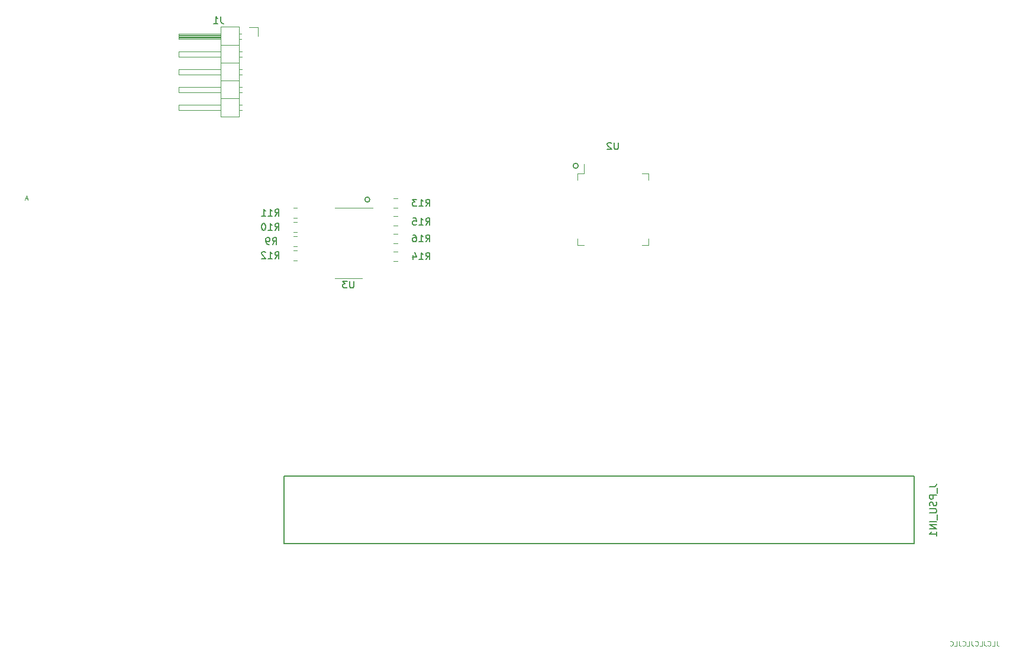
<source format=gbr>
G04 #@! TF.GenerationSoftware,KiCad,Pcbnew,5.1.6-c6e7f7d~86~ubuntu18.04.1*
G04 #@! TF.CreationDate,2020-07-20T00:11:47+01:00*
G04 #@! TF.ProjectId,ServerPSU_Breakout,53657276-6572-4505-9355-5f427265616b,rev?*
G04 #@! TF.SameCoordinates,Original*
G04 #@! TF.FileFunction,Legend,Bot*
G04 #@! TF.FilePolarity,Positive*
%FSLAX46Y46*%
G04 Gerber Fmt 4.6, Leading zero omitted, Abs format (unit mm)*
G04 Created by KiCad (PCBNEW 5.1.6-c6e7f7d~86~ubuntu18.04.1) date 2020-07-20 00:11:47*
%MOMM*%
%LPD*%
G01*
G04 APERTURE LIST*
%ADD10C,0.100000*%
%ADD11C,0.150000*%
%ADD12C,0.120000*%
G04 APERTURE END LIST*
D10*
X218752333Y-136014666D02*
X218752333Y-136514666D01*
X218785666Y-136614666D01*
X218852333Y-136681333D01*
X218952333Y-136714666D01*
X219019000Y-136714666D01*
X218085666Y-136714666D02*
X218419000Y-136714666D01*
X218419000Y-136014666D01*
X217452333Y-136648000D02*
X217485666Y-136681333D01*
X217585666Y-136714666D01*
X217652333Y-136714666D01*
X217752333Y-136681333D01*
X217819000Y-136614666D01*
X217852333Y-136548000D01*
X217885666Y-136414666D01*
X217885666Y-136314666D01*
X217852333Y-136181333D01*
X217819000Y-136114666D01*
X217752333Y-136048000D01*
X217652333Y-136014666D01*
X217585666Y-136014666D01*
X217485666Y-136048000D01*
X217452333Y-136081333D01*
X216952333Y-136014666D02*
X216952333Y-136514666D01*
X216985666Y-136614666D01*
X217052333Y-136681333D01*
X217152333Y-136714666D01*
X217219000Y-136714666D01*
X216285666Y-136714666D02*
X216619000Y-136714666D01*
X216619000Y-136014666D01*
X215652333Y-136648000D02*
X215685666Y-136681333D01*
X215785666Y-136714666D01*
X215852333Y-136714666D01*
X215952333Y-136681333D01*
X216019000Y-136614666D01*
X216052333Y-136548000D01*
X216085666Y-136414666D01*
X216085666Y-136314666D01*
X216052333Y-136181333D01*
X216019000Y-136114666D01*
X215952333Y-136048000D01*
X215852333Y-136014666D01*
X215785666Y-136014666D01*
X215685666Y-136048000D01*
X215652333Y-136081333D01*
X215152333Y-136014666D02*
X215152333Y-136514666D01*
X215185666Y-136614666D01*
X215252333Y-136681333D01*
X215352333Y-136714666D01*
X215419000Y-136714666D01*
X214485666Y-136714666D02*
X214819000Y-136714666D01*
X214819000Y-136014666D01*
X213852333Y-136648000D02*
X213885666Y-136681333D01*
X213985666Y-136714666D01*
X214052333Y-136714666D01*
X214152333Y-136681333D01*
X214219000Y-136614666D01*
X214252333Y-136548000D01*
X214285666Y-136414666D01*
X214285666Y-136314666D01*
X214252333Y-136181333D01*
X214219000Y-136114666D01*
X214152333Y-136048000D01*
X214052333Y-136014666D01*
X213985666Y-136014666D01*
X213885666Y-136048000D01*
X213852333Y-136081333D01*
X213352333Y-136014666D02*
X213352333Y-136514666D01*
X213385666Y-136614666D01*
X213452333Y-136681333D01*
X213552333Y-136714666D01*
X213619000Y-136714666D01*
X212685666Y-136714666D02*
X213019000Y-136714666D01*
X213019000Y-136014666D01*
X212052333Y-136648000D02*
X212085666Y-136681333D01*
X212185666Y-136714666D01*
X212252333Y-136714666D01*
X212352333Y-136681333D01*
X212419000Y-136614666D01*
X212452333Y-136548000D01*
X212485666Y-136414666D01*
X212485666Y-136314666D01*
X212452333Y-136181333D01*
X212419000Y-136114666D01*
X212352333Y-136048000D01*
X212252333Y-136014666D01*
X212185666Y-136014666D01*
X212085666Y-136048000D01*
X212052333Y-136081333D01*
D11*
X129032000Y-72898000D02*
G75*
G03*
X129032000Y-72898000I-359210J0D01*
G01*
X158855210Y-68072000D02*
G75*
G03*
X158855210Y-68072000I-359210J0D01*
G01*
D10*
X80049666Y-72760666D02*
X79716333Y-72760666D01*
X80116333Y-72960666D02*
X79883000Y-72260666D01*
X79649666Y-72960666D01*
D12*
X125984000Y-74061000D02*
X129434000Y-74061000D01*
X125984000Y-74061000D02*
X124034000Y-74061000D01*
X125984000Y-84181000D02*
X127934000Y-84181000D01*
X125984000Y-84181000D02*
X124034000Y-84181000D01*
X132453748Y-77776000D02*
X132976252Y-77776000D01*
X132453748Y-79196000D02*
X132976252Y-79196000D01*
X132453748Y-75236000D02*
X132976252Y-75236000D01*
X132453748Y-76656000D02*
X132976252Y-76656000D01*
X132453748Y-80316000D02*
X132976252Y-80316000D01*
X132453748Y-81736000D02*
X132976252Y-81736000D01*
X132453748Y-72696000D02*
X132976252Y-72696000D01*
X132453748Y-74116000D02*
X132976252Y-74116000D01*
X118625252Y-81609000D02*
X118102748Y-81609000D01*
X118625252Y-80189000D02*
X118102748Y-80189000D01*
X118625252Y-75513000D02*
X118102748Y-75513000D01*
X118625252Y-74093000D02*
X118102748Y-74093000D01*
X118625252Y-77545000D02*
X118102748Y-77545000D01*
X118625252Y-76125000D02*
X118102748Y-76125000D01*
X118625252Y-79577000D02*
X118102748Y-79577000D01*
X118625252Y-78157000D02*
X118102748Y-78157000D01*
X113030000Y-48260000D02*
X111760000Y-48260000D01*
X113030000Y-49530000D02*
X113030000Y-48260000D01*
X110717071Y-60070000D02*
X110320000Y-60070000D01*
X110717071Y-59310000D02*
X110320000Y-59310000D01*
X101660000Y-60070000D02*
X107660000Y-60070000D01*
X101660000Y-59310000D02*
X101660000Y-60070000D01*
X107660000Y-59310000D02*
X101660000Y-59310000D01*
X110320000Y-58420000D02*
X107660000Y-58420000D01*
X110717071Y-57530000D02*
X110320000Y-57530000D01*
X110717071Y-56770000D02*
X110320000Y-56770000D01*
X101660000Y-57530000D02*
X107660000Y-57530000D01*
X101660000Y-56770000D02*
X101660000Y-57530000D01*
X107660000Y-56770000D02*
X101660000Y-56770000D01*
X110320000Y-55880000D02*
X107660000Y-55880000D01*
X110717071Y-54990000D02*
X110320000Y-54990000D01*
X110717071Y-54230000D02*
X110320000Y-54230000D01*
X101660000Y-54990000D02*
X107660000Y-54990000D01*
X101660000Y-54230000D02*
X101660000Y-54990000D01*
X107660000Y-54230000D02*
X101660000Y-54230000D01*
X110320000Y-53340000D02*
X107660000Y-53340000D01*
X110717071Y-52450000D02*
X110320000Y-52450000D01*
X110717071Y-51690000D02*
X110320000Y-51690000D01*
X101660000Y-52450000D02*
X107660000Y-52450000D01*
X101660000Y-51690000D02*
X101660000Y-52450000D01*
X107660000Y-51690000D02*
X101660000Y-51690000D01*
X110320000Y-50800000D02*
X107660000Y-50800000D01*
X110650000Y-49910000D02*
X110320000Y-49910000D01*
X110650000Y-49150000D02*
X110320000Y-49150000D01*
X107660000Y-49810000D02*
X101660000Y-49810000D01*
X107660000Y-49690000D02*
X101660000Y-49690000D01*
X107660000Y-49570000D02*
X101660000Y-49570000D01*
X107660000Y-49450000D02*
X101660000Y-49450000D01*
X107660000Y-49330000D02*
X101660000Y-49330000D01*
X107660000Y-49210000D02*
X101660000Y-49210000D01*
X101660000Y-49910000D02*
X107660000Y-49910000D01*
X101660000Y-49150000D02*
X101660000Y-49910000D01*
X107660000Y-49150000D02*
X101660000Y-49150000D01*
X107660000Y-48200000D02*
X110320000Y-48200000D01*
X107660000Y-61020000D02*
X107660000Y-48200000D01*
X110320000Y-61020000D02*
X107660000Y-61020000D01*
X110320000Y-48200000D02*
X110320000Y-61020000D01*
X159670000Y-69185000D02*
X159670000Y-67845000D01*
X158720000Y-69185000D02*
X159670000Y-69185000D01*
X158720000Y-70135000D02*
X158720000Y-69185000D01*
X158720000Y-79405000D02*
X159670000Y-79405000D01*
X158720000Y-78455000D02*
X158720000Y-79405000D01*
X168940000Y-69185000D02*
X167990000Y-69185000D01*
X168940000Y-70135000D02*
X168940000Y-69185000D01*
X168940000Y-79405000D02*
X167990000Y-79405000D01*
X168940000Y-78455000D02*
X168940000Y-79405000D01*
D11*
X116713000Y-112458500D02*
X206883000Y-112458500D01*
X116713000Y-122110500D02*
X116713000Y-112458500D01*
X206883000Y-122110500D02*
X116713000Y-122110500D01*
X206883000Y-112458500D02*
X206883000Y-122110500D01*
X126745904Y-84542380D02*
X126745904Y-85351904D01*
X126698285Y-85447142D01*
X126650666Y-85494761D01*
X126555428Y-85542380D01*
X126364952Y-85542380D01*
X126269714Y-85494761D01*
X126222095Y-85447142D01*
X126174476Y-85351904D01*
X126174476Y-84542380D01*
X125793523Y-84542380D02*
X125174476Y-84542380D01*
X125507809Y-84923333D01*
X125364952Y-84923333D01*
X125269714Y-84970952D01*
X125222095Y-85018571D01*
X125174476Y-85113809D01*
X125174476Y-85351904D01*
X125222095Y-85447142D01*
X125269714Y-85494761D01*
X125364952Y-85542380D01*
X125650666Y-85542380D01*
X125745904Y-85494761D01*
X125793523Y-85447142D01*
X137040857Y-78938380D02*
X137374190Y-78462190D01*
X137612285Y-78938380D02*
X137612285Y-77938380D01*
X137231333Y-77938380D01*
X137136095Y-77986000D01*
X137088476Y-78033619D01*
X137040857Y-78128857D01*
X137040857Y-78271714D01*
X137088476Y-78366952D01*
X137136095Y-78414571D01*
X137231333Y-78462190D01*
X137612285Y-78462190D01*
X136088476Y-78938380D02*
X136659904Y-78938380D01*
X136374190Y-78938380D02*
X136374190Y-77938380D01*
X136469428Y-78081238D01*
X136564666Y-78176476D01*
X136659904Y-78224095D01*
X135231333Y-77938380D02*
X135421809Y-77938380D01*
X135517047Y-77986000D01*
X135564666Y-78033619D01*
X135659904Y-78176476D01*
X135707523Y-78366952D01*
X135707523Y-78747904D01*
X135659904Y-78843142D01*
X135612285Y-78890761D01*
X135517047Y-78938380D01*
X135326571Y-78938380D01*
X135231333Y-78890761D01*
X135183714Y-78843142D01*
X135136095Y-78747904D01*
X135136095Y-78509809D01*
X135183714Y-78414571D01*
X135231333Y-78366952D01*
X135326571Y-78319333D01*
X135517047Y-78319333D01*
X135612285Y-78366952D01*
X135659904Y-78414571D01*
X135707523Y-78509809D01*
X137040857Y-76525380D02*
X137374190Y-76049190D01*
X137612285Y-76525380D02*
X137612285Y-75525380D01*
X137231333Y-75525380D01*
X137136095Y-75573000D01*
X137088476Y-75620619D01*
X137040857Y-75715857D01*
X137040857Y-75858714D01*
X137088476Y-75953952D01*
X137136095Y-76001571D01*
X137231333Y-76049190D01*
X137612285Y-76049190D01*
X136088476Y-76525380D02*
X136659904Y-76525380D01*
X136374190Y-76525380D02*
X136374190Y-75525380D01*
X136469428Y-75668238D01*
X136564666Y-75763476D01*
X136659904Y-75811095D01*
X135183714Y-75525380D02*
X135659904Y-75525380D01*
X135707523Y-76001571D01*
X135659904Y-75953952D01*
X135564666Y-75906333D01*
X135326571Y-75906333D01*
X135231333Y-75953952D01*
X135183714Y-76001571D01*
X135136095Y-76096809D01*
X135136095Y-76334904D01*
X135183714Y-76430142D01*
X135231333Y-76477761D01*
X135326571Y-76525380D01*
X135564666Y-76525380D01*
X135659904Y-76477761D01*
X135707523Y-76430142D01*
X137040857Y-81478380D02*
X137374190Y-81002190D01*
X137612285Y-81478380D02*
X137612285Y-80478380D01*
X137231333Y-80478380D01*
X137136095Y-80526000D01*
X137088476Y-80573619D01*
X137040857Y-80668857D01*
X137040857Y-80811714D01*
X137088476Y-80906952D01*
X137136095Y-80954571D01*
X137231333Y-81002190D01*
X137612285Y-81002190D01*
X136088476Y-81478380D02*
X136659904Y-81478380D01*
X136374190Y-81478380D02*
X136374190Y-80478380D01*
X136469428Y-80621238D01*
X136564666Y-80716476D01*
X136659904Y-80764095D01*
X135231333Y-80811714D02*
X135231333Y-81478380D01*
X135469428Y-80430761D02*
X135707523Y-81145047D01*
X135088476Y-81145047D01*
X137040857Y-73858380D02*
X137374190Y-73382190D01*
X137612285Y-73858380D02*
X137612285Y-72858380D01*
X137231333Y-72858380D01*
X137136095Y-72906000D01*
X137088476Y-72953619D01*
X137040857Y-73048857D01*
X137040857Y-73191714D01*
X137088476Y-73286952D01*
X137136095Y-73334571D01*
X137231333Y-73382190D01*
X137612285Y-73382190D01*
X136088476Y-73858380D02*
X136659904Y-73858380D01*
X136374190Y-73858380D02*
X136374190Y-72858380D01*
X136469428Y-73001238D01*
X136564666Y-73096476D01*
X136659904Y-73144095D01*
X135755142Y-72858380D02*
X135136095Y-72858380D01*
X135469428Y-73239333D01*
X135326571Y-73239333D01*
X135231333Y-73286952D01*
X135183714Y-73334571D01*
X135136095Y-73429809D01*
X135136095Y-73667904D01*
X135183714Y-73763142D01*
X135231333Y-73810761D01*
X135326571Y-73858380D01*
X135612285Y-73858380D01*
X135707523Y-73810761D01*
X135755142Y-73763142D01*
X115450857Y-81351380D02*
X115784190Y-80875190D01*
X116022285Y-81351380D02*
X116022285Y-80351380D01*
X115641333Y-80351380D01*
X115546095Y-80399000D01*
X115498476Y-80446619D01*
X115450857Y-80541857D01*
X115450857Y-80684714D01*
X115498476Y-80779952D01*
X115546095Y-80827571D01*
X115641333Y-80875190D01*
X116022285Y-80875190D01*
X114498476Y-81351380D02*
X115069904Y-81351380D01*
X114784190Y-81351380D02*
X114784190Y-80351380D01*
X114879428Y-80494238D01*
X114974666Y-80589476D01*
X115069904Y-80637095D01*
X114117523Y-80446619D02*
X114069904Y-80399000D01*
X113974666Y-80351380D01*
X113736571Y-80351380D01*
X113641333Y-80399000D01*
X113593714Y-80446619D01*
X113546095Y-80541857D01*
X113546095Y-80637095D01*
X113593714Y-80779952D01*
X114165142Y-81351380D01*
X113546095Y-81351380D01*
X115450857Y-75255380D02*
X115784190Y-74779190D01*
X116022285Y-75255380D02*
X116022285Y-74255380D01*
X115641333Y-74255380D01*
X115546095Y-74303000D01*
X115498476Y-74350619D01*
X115450857Y-74445857D01*
X115450857Y-74588714D01*
X115498476Y-74683952D01*
X115546095Y-74731571D01*
X115641333Y-74779190D01*
X116022285Y-74779190D01*
X114498476Y-75255380D02*
X115069904Y-75255380D01*
X114784190Y-75255380D02*
X114784190Y-74255380D01*
X114879428Y-74398238D01*
X114974666Y-74493476D01*
X115069904Y-74541095D01*
X113546095Y-75255380D02*
X114117523Y-75255380D01*
X113831809Y-75255380D02*
X113831809Y-74255380D01*
X113927047Y-74398238D01*
X114022285Y-74493476D01*
X114117523Y-74541095D01*
X115450857Y-77287380D02*
X115784190Y-76811190D01*
X116022285Y-77287380D02*
X116022285Y-76287380D01*
X115641333Y-76287380D01*
X115546095Y-76335000D01*
X115498476Y-76382619D01*
X115450857Y-76477857D01*
X115450857Y-76620714D01*
X115498476Y-76715952D01*
X115546095Y-76763571D01*
X115641333Y-76811190D01*
X116022285Y-76811190D01*
X114498476Y-77287380D02*
X115069904Y-77287380D01*
X114784190Y-77287380D02*
X114784190Y-76287380D01*
X114879428Y-76430238D01*
X114974666Y-76525476D01*
X115069904Y-76573095D01*
X113879428Y-76287380D02*
X113784190Y-76287380D01*
X113688952Y-76335000D01*
X113641333Y-76382619D01*
X113593714Y-76477857D01*
X113546095Y-76668333D01*
X113546095Y-76906428D01*
X113593714Y-77096904D01*
X113641333Y-77192142D01*
X113688952Y-77239761D01*
X113784190Y-77287380D01*
X113879428Y-77287380D01*
X113974666Y-77239761D01*
X114022285Y-77192142D01*
X114069904Y-77096904D01*
X114117523Y-76906428D01*
X114117523Y-76668333D01*
X114069904Y-76477857D01*
X114022285Y-76382619D01*
X113974666Y-76335000D01*
X113879428Y-76287380D01*
X115101666Y-79319380D02*
X115435000Y-78843190D01*
X115673095Y-79319380D02*
X115673095Y-78319380D01*
X115292142Y-78319380D01*
X115196904Y-78367000D01*
X115149285Y-78414619D01*
X115101666Y-78509857D01*
X115101666Y-78652714D01*
X115149285Y-78747952D01*
X115196904Y-78795571D01*
X115292142Y-78843190D01*
X115673095Y-78843190D01*
X114625476Y-79319380D02*
X114435000Y-79319380D01*
X114339761Y-79271761D01*
X114292142Y-79224142D01*
X114196904Y-79081285D01*
X114149285Y-78890809D01*
X114149285Y-78509857D01*
X114196904Y-78414619D01*
X114244523Y-78367000D01*
X114339761Y-78319380D01*
X114530238Y-78319380D01*
X114625476Y-78367000D01*
X114673095Y-78414619D01*
X114720714Y-78509857D01*
X114720714Y-78747952D01*
X114673095Y-78843190D01*
X114625476Y-78890809D01*
X114530238Y-78938428D01*
X114339761Y-78938428D01*
X114244523Y-78890809D01*
X114196904Y-78843190D01*
X114149285Y-78747952D01*
X107708333Y-46712380D02*
X107708333Y-47426666D01*
X107755952Y-47569523D01*
X107851190Y-47664761D01*
X107994047Y-47712380D01*
X108089285Y-47712380D01*
X106708333Y-47712380D02*
X107279761Y-47712380D01*
X106994047Y-47712380D02*
X106994047Y-46712380D01*
X107089285Y-46855238D01*
X107184523Y-46950476D01*
X107279761Y-46998095D01*
X164591904Y-64730380D02*
X164591904Y-65539904D01*
X164544285Y-65635142D01*
X164496666Y-65682761D01*
X164401428Y-65730380D01*
X164210952Y-65730380D01*
X164115714Y-65682761D01*
X164068095Y-65635142D01*
X164020476Y-65539904D01*
X164020476Y-64730380D01*
X163591904Y-64825619D02*
X163544285Y-64778000D01*
X163449047Y-64730380D01*
X163210952Y-64730380D01*
X163115714Y-64778000D01*
X163068095Y-64825619D01*
X163020476Y-64920857D01*
X163020476Y-65016095D01*
X163068095Y-65158952D01*
X163639523Y-65730380D01*
X163020476Y-65730380D01*
X209129380Y-113927357D02*
X209843666Y-113927357D01*
X209986523Y-113879738D01*
X210081761Y-113784500D01*
X210129380Y-113641642D01*
X210129380Y-113546404D01*
X210224619Y-114165452D02*
X210224619Y-114927357D01*
X210129380Y-115165452D02*
X209129380Y-115165452D01*
X209129380Y-115546404D01*
X209177000Y-115641642D01*
X209224619Y-115689261D01*
X209319857Y-115736880D01*
X209462714Y-115736880D01*
X209557952Y-115689261D01*
X209605571Y-115641642D01*
X209653190Y-115546404D01*
X209653190Y-115165452D01*
X210081761Y-116117833D02*
X210129380Y-116260690D01*
X210129380Y-116498785D01*
X210081761Y-116594023D01*
X210034142Y-116641642D01*
X209938904Y-116689261D01*
X209843666Y-116689261D01*
X209748428Y-116641642D01*
X209700809Y-116594023D01*
X209653190Y-116498785D01*
X209605571Y-116308309D01*
X209557952Y-116213071D01*
X209510333Y-116165452D01*
X209415095Y-116117833D01*
X209319857Y-116117833D01*
X209224619Y-116165452D01*
X209177000Y-116213071D01*
X209129380Y-116308309D01*
X209129380Y-116546404D01*
X209177000Y-116689261D01*
X209129380Y-117117833D02*
X209938904Y-117117833D01*
X210034142Y-117165452D01*
X210081761Y-117213071D01*
X210129380Y-117308309D01*
X210129380Y-117498785D01*
X210081761Y-117594023D01*
X210034142Y-117641642D01*
X209938904Y-117689261D01*
X209129380Y-117689261D01*
X210224619Y-117927357D02*
X210224619Y-118689261D01*
X210129380Y-118927357D02*
X209129380Y-118927357D01*
X210129380Y-119403547D02*
X209129380Y-119403547D01*
X210129380Y-119974976D01*
X209129380Y-119974976D01*
X210129380Y-120974976D02*
X210129380Y-120403547D01*
X210129380Y-120689261D02*
X209129380Y-120689261D01*
X209272238Y-120594023D01*
X209367476Y-120498785D01*
X209415095Y-120403547D01*
M02*

</source>
